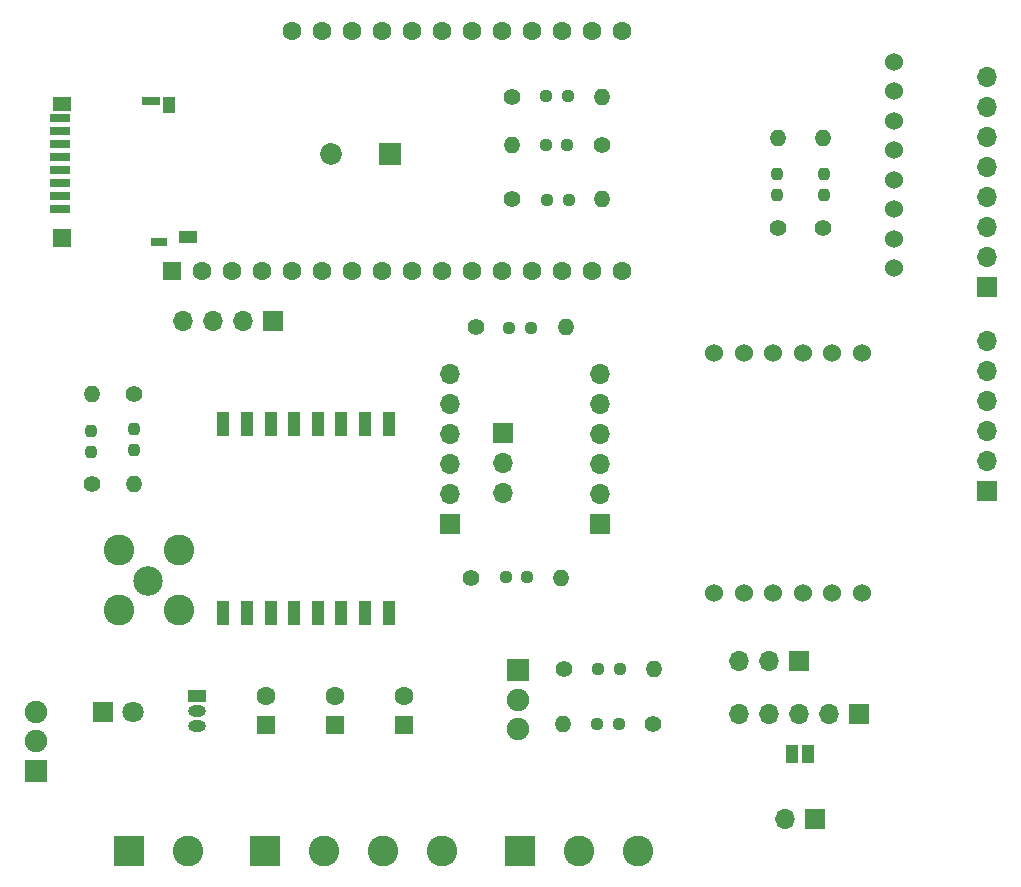
<source format=gbr>
%TF.GenerationSoftware,KiCad,Pcbnew,6.0.11-2627ca5db0~126~ubuntu22.04.1*%
%TF.CreationDate,2023-07-23T23:03:52-04:00*%
%TF.ProjectId,sweet-p,73776565-742d-4702-9e6b-696361645f70,rev?*%
%TF.SameCoordinates,Original*%
%TF.FileFunction,Copper,L1,Top*%
%TF.FilePolarity,Positive*%
%FSLAX46Y46*%
G04 Gerber Fmt 4.6, Leading zero omitted, Abs format (unit mm)*
G04 Created by KiCad (PCBNEW 6.0.11-2627ca5db0~126~ubuntu22.04.1) date 2023-07-23 23:03:52*
%MOMM*%
%LPD*%
G01*
G04 APERTURE LIST*
G04 Aperture macros list*
%AMRoundRect*
0 Rectangle with rounded corners*
0 $1 Rounding radius*
0 $2 $3 $4 $5 $6 $7 $8 $9 X,Y pos of 4 corners*
0 Add a 4 corners polygon primitive as box body*
4,1,4,$2,$3,$4,$5,$6,$7,$8,$9,$2,$3,0*
0 Add four circle primitives for the rounded corners*
1,1,$1+$1,$2,$3*
1,1,$1+$1,$4,$5*
1,1,$1+$1,$6,$7*
1,1,$1+$1,$8,$9*
0 Add four rect primitives between the rounded corners*
20,1,$1+$1,$2,$3,$4,$5,0*
20,1,$1+$1,$4,$5,$6,$7,0*
20,1,$1+$1,$6,$7,$8,$9,0*
20,1,$1+$1,$8,$9,$2,$3,0*%
G04 Aperture macros list end*
%TA.AperFunction,ComponentPad*%
%ADD10R,1.900000X1.900000*%
%TD*%
%TA.AperFunction,ComponentPad*%
%ADD11C,1.900000*%
%TD*%
%TA.AperFunction,ComponentPad*%
%ADD12C,1.400000*%
%TD*%
%TA.AperFunction,ComponentPad*%
%ADD13O,1.400000X1.400000*%
%TD*%
%TA.AperFunction,ComponentPad*%
%ADD14O,1.700000X1.700000*%
%TD*%
%TA.AperFunction,ComponentPad*%
%ADD15R,1.700000X1.700000*%
%TD*%
%TA.AperFunction,ComponentPad*%
%ADD16R,1.800000X1.800000*%
%TD*%
%TA.AperFunction,ComponentPad*%
%ADD17C,1.800000*%
%TD*%
%TA.AperFunction,ComponentPad*%
%ADD18C,1.524000*%
%TD*%
%TA.AperFunction,SMDPad,CuDef*%
%ADD19RoundRect,0.237500X-0.250000X-0.237500X0.250000X-0.237500X0.250000X0.237500X-0.250000X0.237500X0*%
%TD*%
%TA.AperFunction,ComponentPad*%
%ADD20R,1.500000X1.000000*%
%TD*%
%TA.AperFunction,ComponentPad*%
%ADD21O,1.500000X1.000000*%
%TD*%
%TA.AperFunction,SMDPad,CuDef*%
%ADD22RoundRect,0.237500X0.237500X-0.250000X0.237500X0.250000X-0.237500X0.250000X-0.237500X-0.250000X0*%
%TD*%
%TA.AperFunction,ComponentPad*%
%ADD23R,2.600000X2.600000*%
%TD*%
%TA.AperFunction,ComponentPad*%
%ADD24C,2.600000*%
%TD*%
%TA.AperFunction,ComponentPad*%
%ADD25C,2.500000*%
%TD*%
%TA.AperFunction,SMDPad,CuDef*%
%ADD26R,1.000000X1.500000*%
%TD*%
%TA.AperFunction,SMDPad,CuDef*%
%ADD27RoundRect,0.237500X-0.237500X0.250000X-0.237500X-0.250000X0.237500X-0.250000X0.237500X0.250000X0*%
%TD*%
%TA.AperFunction,ComponentPad*%
%ADD28R,1.600000X1.600000*%
%TD*%
%TA.AperFunction,ComponentPad*%
%ADD29C,1.600000*%
%TD*%
%TA.AperFunction,SMDPad,CuDef*%
%ADD30R,1.750000X0.700000*%
%TD*%
%TA.AperFunction,SMDPad,CuDef*%
%ADD31R,1.500000X1.300000*%
%TD*%
%TA.AperFunction,SMDPad,CuDef*%
%ADD32R,1.500000X0.800000*%
%TD*%
%TA.AperFunction,SMDPad,CuDef*%
%ADD33R,1.400000X0.800000*%
%TD*%
%TA.AperFunction,SMDPad,CuDef*%
%ADD34R,1.500000X1.500000*%
%TD*%
%TA.AperFunction,SMDPad,CuDef*%
%ADD35R,1.550000X1.000000*%
%TD*%
%TA.AperFunction,SMDPad,CuDef*%
%ADD36R,1.000000X1.450000*%
%TD*%
%TA.AperFunction,SMDPad,CuDef*%
%ADD37R,1.000000X2.000000*%
%TD*%
%TA.AperFunction,ComponentPad*%
%ADD38R,1.850000X1.850000*%
%TD*%
%TA.AperFunction,ComponentPad*%
%ADD39C,1.850000*%
%TD*%
%TA.AperFunction,SMDPad,CuDef*%
%ADD40RoundRect,0.237500X0.250000X0.237500X-0.250000X0.237500X-0.250000X-0.237500X0.250000X-0.237500X0*%
%TD*%
G04 APERTURE END LIST*
D10*
%TO.P,S2,1*%
%TO.N,Net-(C1-Pad1)*%
X28200000Y-85455000D03*
D11*
%TO.P,S2,2*%
%TO.N,VEXT*%
X28200000Y-82955000D03*
%TO.P,S2,3*%
%TO.N,unconnected-(S2-Pad3)*%
X28200000Y-80455000D03*
%TD*%
D12*
%TO.P,R15,1*%
%TO.N,Net-(R13-Pad2)*%
X65500000Y-47900000D03*
D13*
%TO.P,R15,2*%
%TO.N,GND*%
X73120000Y-47900000D03*
%TD*%
D14*
%TO.P,U1,5,DONE*%
%TO.N,DONE*%
X87740000Y-80700000D03*
%TO.P,U1,4,DRIVE*%
%TO.N,+3V3*%
X90280000Y-80700000D03*
%TO.P,U1,3,DELAY*%
%TO.N,Net-(J2-Pad1)*%
X92820000Y-80700000D03*
%TO.P,U1,2,GND*%
%TO.N,GND*%
X95360000Y-80700000D03*
D15*
%TO.P,U1,1,VDD*%
%TO.N,Net-(C2-Pad1)*%
X97900000Y-80700000D03*
%TD*%
D13*
%TO.P,R19,2*%
%TO.N,GND*%
X36575000Y-61185000D03*
D12*
%TO.P,R19,1*%
%TO.N,DONE*%
X36575000Y-53565000D03*
%TD*%
D16*
%TO.P,D1,1,K*%
%TO.N,GND*%
X33950000Y-80475000D03*
D17*
%TO.P,D1,2,A*%
%TO.N,Net-(D1-Pad2)*%
X36490000Y-80475000D03*
%TD*%
D18*
%TO.P,U6,1,GND*%
%TO.N,GND*%
X85650000Y-50112500D03*
%TO.P,U6,2,PPS*%
%TO.N,unconnected-(U6-Pad2)*%
X88150000Y-50112500D03*
%TO.P,U6,3,VIN*%
%TO.N,+3V3*%
X90650000Y-50112500D03*
%TO.P,U6,4,RXT*%
%TO.N,unconnected-(U6-Pad4)*%
X93150000Y-50112500D03*
%TO.P,U6,5,TXO*%
%TO.N,unconnected-(U6-Pad5)*%
X95650000Y-50112500D03*
%TO.P,U6,6,WAKE*%
%TO.N,unconnected-(U6-Pad6)*%
X98150000Y-50112500D03*
%TO.P,U6,7,RST*%
%TO.N,GPS_RST*%
X98150000Y-70432500D03*
%TO.P,U6,8,SDA*%
%TO.N,SDA*%
X95650000Y-70432500D03*
%TO.P,U6,9,SCL*%
%TO.N,SCL*%
X93150000Y-70432500D03*
%TO.P,U6,10,GND*%
%TO.N,GND*%
X90650000Y-70432500D03*
%TO.P,U6,11,3V*%
%TO.N,unconnected-(U6-Pad11)*%
X88150000Y-70432500D03*
%TO.P,U6,12,VIN*%
%TO.N,unconnected-(U6-Pad12)*%
X85650000Y-70432500D03*
%TD*%
D12*
%TO.P,R4,1*%
%TO.N,Net-(R3-Pad2)*%
X80455000Y-81550000D03*
D13*
%TO.P,R4,2*%
%TO.N,GND*%
X72835000Y-81550000D03*
%TD*%
D19*
%TO.P,R16,1*%
%TO.N,Net-(R13-Pad2)*%
X68287500Y-47950000D03*
%TO.P,R16,2*%
%TO.N,GND*%
X70112500Y-47950000D03*
%TD*%
D20*
%TO.P,U2,1,GND*%
%TO.N,GND*%
X41875000Y-79105000D03*
D21*
%TO.P,U2,2,VIN*%
%TO.N,Net-(C1-Pad1)*%
X41875000Y-80375000D03*
%TO.P,U2,3,VOUT*%
%TO.N,Net-(C2-Pad1)*%
X41875000Y-81645000D03*
%TD*%
D12*
%TO.P,R2,1*%
%TO.N,Net-(R1-Pad1)*%
X72950000Y-76875000D03*
D13*
%TO.P,R2,2*%
%TO.N,GND*%
X80570000Y-76875000D03*
%TD*%
%TO.P,R17,2*%
%TO.N,GND*%
X32950000Y-53565000D03*
D12*
%TO.P,R17,1*%
%TO.N,SAT_EN*%
X32950000Y-61185000D03*
%TD*%
D22*
%TO.P,R21,1*%
%TO.N,+3V3*%
X94925000Y-36747500D03*
%TO.P,R21,2*%
%TO.N,RTC_INT*%
X94925000Y-34922500D03*
%TD*%
D23*
%TO.P,J1,1,Pin_1*%
%TO.N,VEXT*%
X36075000Y-92225000D03*
D24*
%TO.P,J1,2,Pin_2*%
%TO.N,GND*%
X41075000Y-92225000D03*
%TD*%
D19*
%TO.P,R14,1*%
%TO.N,VEXT*%
X68000000Y-69075000D03*
%TO.P,R14,2*%
%TO.N,Net-(R13-Pad2)*%
X69825000Y-69075000D03*
%TD*%
D22*
%TO.P,R18,1*%
%TO.N,SAT_EN*%
X32900000Y-58497500D03*
%TO.P,R18,2*%
%TO.N,GND*%
X32900000Y-56672500D03*
%TD*%
D12*
%TO.P,R5,1*%
%TO.N,+3V3*%
X68550000Y-28400000D03*
D13*
%TO.P,R5,2*%
%TO.N,ONEWIRE*%
X76170000Y-28400000D03*
%TD*%
D24*
%TO.P,AE1,1,A*%
%TO.N,GND*%
X40365000Y-71890000D03*
X40365000Y-66810000D03*
X35285000Y-71890000D03*
X35285000Y-66810000D03*
D25*
%TO.P,AE1,2,Shield*%
%TO.N,Net-(AE1-Pad2)*%
X37725000Y-69425000D03*
%TD*%
D26*
%TO.P,JP2,1,A*%
%TO.N,Net-(C2-Pad1)*%
X93575000Y-84025000D03*
%TO.P,JP2,2,B*%
%TO.N,+3V3*%
X92275000Y-84025000D03*
%TD*%
D15*
%TO.P,J2,1,Pin_1*%
%TO.N,Net-(J2-Pad1)*%
X92800000Y-76150000D03*
D14*
%TO.P,J2,2,Pin_2*%
%TO.N,+3V3*%
X90260000Y-76150000D03*
%TO.P,J2,3,Pin_3*%
%TO.N,DONE*%
X87720000Y-76150000D03*
%TD*%
D27*
%TO.P,R20,1*%
%TO.N,DONE*%
X36575000Y-56502500D03*
%TO.P,R20,2*%
%TO.N,GND*%
X36575000Y-58327500D03*
%TD*%
D18*
%TO.P,U7,1,VIN*%
%TO.N,+3V3*%
X100885000Y-42925000D03*
%TO.P,U7,2,GND*%
%TO.N,GND*%
X100885000Y-40425000D03*
%TO.P,U7,3,SCL*%
%TO.N,SCL*%
X100885000Y-37925000D03*
%TO.P,U7,4,SDA*%
%TO.N,SDA*%
X100885000Y-35425000D03*
%TO.P,U7,5,VBAT*%
%TO.N,unconnected-(U7-Pad5)*%
X100885000Y-32925000D03*
%TO.P,U7,6,32K*%
%TO.N,unconnected-(U7-Pad6)*%
X100885000Y-30425000D03*
%TO.P,U7,7,SQW*%
%TO.N,RTC_INT*%
X100885000Y-27925000D03*
%TO.P,U7,8,RST*%
%TO.N,unconnected-(U7-Pad8)*%
X100885000Y-25425000D03*
%TD*%
D28*
%TO.P,C3,1*%
%TO.N,Net-(C2-Pad1)*%
X47698750Y-81603856D03*
D29*
%TO.P,C3,2*%
%TO.N,GND*%
X47698750Y-79103856D03*
%TD*%
D30*
%TO.P,J8,1,DAT2*%
%TO.N,unconnected-(J8-Pad1)*%
X30275000Y-37900000D03*
%TO.P,J8,2,DAT3/CD*%
%TO.N,SD_CS*%
X30275000Y-36800000D03*
%TO.P,J8,3,CMD*%
%TO.N,MOSI*%
X30275000Y-35700000D03*
%TO.P,J8,4,VDD*%
%TO.N,+3V3*%
X30275000Y-34600000D03*
%TO.P,J8,5,CLK*%
%TO.N,SCK*%
X30275000Y-33500000D03*
%TO.P,J8,6,VSS*%
%TO.N,GND*%
X30275000Y-32400000D03*
%TO.P,J8,7,DAT0*%
%TO.N,MISO*%
X30275000Y-31300000D03*
%TO.P,J8,8,DAT1*%
%TO.N,unconnected-(J8-Pad8)*%
X30275000Y-30200000D03*
D31*
%TO.P,J8,9,SHIELD*%
%TO.N,unconnected-(J8-Pad9)*%
X30400000Y-29000000D03*
D32*
%TO.P,J8,10*%
%TO.N,N/C*%
X38000000Y-28750000D03*
D33*
%TO.P,J8,11*%
X38650000Y-40700000D03*
D34*
%TO.P,J8,12*%
X30400000Y-40350000D03*
D35*
%TO.P,J8,A*%
X41075000Y-40300000D03*
D36*
%TO.P,J8,B*%
X39500000Y-29075000D03*
%TD*%
D37*
%TO.P,U5,1,GND*%
%TO.N,GND*%
X58100000Y-56125000D03*
%TO.P,U5,2,MISO*%
%TO.N,MISO*%
X56100000Y-56125000D03*
%TO.P,U5,3,MOSI*%
%TO.N,MOSI*%
X54100000Y-56125000D03*
%TO.P,U5,4,SCK*%
%TO.N,SCK*%
X52100000Y-56125000D03*
%TO.P,U5,5,NSS*%
%TO.N,LORA_CS*%
X50100000Y-56125000D03*
%TO.P,U5,6,RESET*%
%TO.N,LORA_RST*%
X48100000Y-56125000D03*
%TO.P,U5,7,DIO5*%
%TO.N,unconnected-(U5-Pad7)*%
X46100000Y-56125000D03*
%TO.P,U5,8,GND*%
%TO.N,GND*%
X44100000Y-56125000D03*
%TO.P,U5,9,ANT*%
%TO.N,Net-(AE1-Pad2)*%
X44100000Y-72125000D03*
%TO.P,U5,10,GND*%
%TO.N,GND*%
X46100000Y-72125000D03*
%TO.P,U5,11,DIO3*%
%TO.N,unconnected-(U5-Pad11)*%
X48100000Y-72125000D03*
%TO.P,U5,12,DIO4*%
%TO.N,unconnected-(U5-Pad12)*%
X50100000Y-72125000D03*
%TO.P,U5,13,3.3V*%
%TO.N,+3V3*%
X52100000Y-72125000D03*
%TO.P,U5,14,DIO0*%
%TO.N,unconnected-(U5-Pad14)*%
X54100000Y-72125000D03*
%TO.P,U5,15,DIO1*%
%TO.N,unconnected-(U5-Pad15)*%
X56100000Y-72125000D03*
%TO.P,U5,16,DIO2*%
%TO.N,unconnected-(U5-Pad16)*%
X58100000Y-72125000D03*
%TD*%
D38*
%TO.P,BZ1,1*%
%TO.N,BUZZER*%
X58175000Y-33225000D03*
D39*
%TO.P,BZ1,2*%
%TO.N,GND*%
X53175000Y-33225000D03*
%TD*%
D12*
%TO.P,R13,1*%
%TO.N,VEXT*%
X65102500Y-69125000D03*
D13*
%TO.P,R13,2*%
%TO.N,Net-(R13-Pad2)*%
X72722500Y-69125000D03*
%TD*%
D19*
%TO.P,R1,1*%
%TO.N,Net-(R1-Pad1)*%
X75847500Y-76875000D03*
%TO.P,R1,2*%
%TO.N,GND*%
X77672500Y-76875000D03*
%TD*%
D15*
%TO.P,U3,1,VIN*%
%TO.N,+3V3*%
X76012500Y-64597500D03*
D14*
%TO.P,U3,2,GND*%
%TO.N,GND*%
X76012500Y-62057500D03*
%TO.P,U3,3,SCL*%
%TO.N,SCL*%
X76012500Y-59517500D03*
%TO.P,U3,4,SDA*%
%TO.N,SDA*%
X76012500Y-56977500D03*
%TO.P,U3,5,ADDR*%
%TO.N,unconnected-(U3-Pad5)*%
X76012500Y-54437500D03*
%TO.P,U3,6,ALRT*%
%TO.N,unconnected-(U3-Pad6)*%
X76012500Y-51897500D03*
D15*
%TO.P,U3,7,A+*%
%TO.N,unconnected-(U3-Pad7)*%
X63272500Y-64580000D03*
D14*
%TO.P,U3,8,A3*%
%TO.N,ADS_3*%
X63272500Y-62040000D03*
%TO.P,U3,9,A2*%
%TO.N,ADS_2*%
X63272500Y-59500000D03*
%TO.P,U3,10,A1*%
%TO.N,ADS_1*%
X63272500Y-56960000D03*
%TO.P,U3,11,A0*%
%TO.N,Net-(R13-Pad2)*%
X63272500Y-54420000D03*
%TO.P,U3,12,A-*%
%TO.N,unconnected-(U3-Pad12)*%
X63272500Y-51880000D03*
%TD*%
D15*
%TO.P,JP1,1,A*%
%TO.N,Net-(C2-Pad1)*%
X94175000Y-89550000D03*
D14*
%TO.P,JP1,2,B*%
%TO.N,+3V3*%
X91635000Y-89550000D03*
%TD*%
D12*
%TO.P,R7,1*%
%TO.N,LED*%
X91075000Y-39535000D03*
D13*
%TO.P,R7,2*%
%TO.N,Net-(D1-Pad2)*%
X91075000Y-31915000D03*
%TD*%
D12*
%TO.P,R12,1*%
%TO.N,+3V3*%
X68550000Y-37100000D03*
D13*
%TO.P,R12,2*%
%TO.N,SCL*%
X76170000Y-37100000D03*
%TD*%
D23*
%TO.P,J3,1,Pin_1*%
%TO.N,+3V3*%
X69225000Y-92225000D03*
D24*
%TO.P,J3,2,Pin_2*%
%TO.N,ONEWIRE*%
X74225000Y-92225000D03*
%TO.P,J3,3,Pin_3*%
%TO.N,GND*%
X79225000Y-92225000D03*
%TD*%
D12*
%TO.P,R22,1*%
%TO.N,+3V3*%
X94875000Y-39535000D03*
D13*
%TO.P,R22,2*%
%TO.N,RTC_INT*%
X94875000Y-31915000D03*
%TD*%
D19*
%TO.P,R6,1*%
%TO.N,+3V3*%
X71457500Y-28375000D03*
%TO.P,R6,2*%
%TO.N,ONEWIRE*%
X73282500Y-28375000D03*
%TD*%
D28*
%TO.P,C2,1*%
%TO.N,Net-(C2-Pad1)*%
X59406250Y-81603856D03*
D29*
%TO.P,C2,2*%
%TO.N,GND*%
X59406250Y-79103856D03*
%TD*%
D23*
%TO.P,J7,1,Pin_1*%
%TO.N,GND*%
X47650000Y-92225000D03*
D24*
%TO.P,J7,2,Pin_2*%
%TO.N,+3V3*%
X52650000Y-92225000D03*
%TO.P,J7,3,Pin_3*%
%TO.N,RX*%
X57650000Y-92225000D03*
%TO.P,J7,4,Pin_4*%
%TO.N,TX*%
X62650000Y-92225000D03*
%TD*%
D12*
%TO.P,R9,1*%
%TO.N,+3V3*%
X76170000Y-32500000D03*
D13*
%TO.P,R9,2*%
%TO.N,SDA*%
X68550000Y-32500000D03*
%TD*%
D19*
%TO.P,R10,1*%
%TO.N,+3V3*%
X71382500Y-32475000D03*
%TO.P,R10,2*%
%TO.N,SDA*%
X73207500Y-32475000D03*
%TD*%
D15*
%TO.P,J4,1,Pin_1*%
%TO.N,GND*%
X108725000Y-44550000D03*
D14*
%TO.P,J4,2,Pin_2*%
%TO.N,unconnected-(J4-Pad2)*%
X108725000Y-42010000D03*
%TO.P,J4,3,Pin_3*%
%TO.N,unconnected-(J4-Pad3)*%
X108725000Y-39470000D03*
%TO.P,J4,4,Pin_4*%
%TO.N,unconnected-(J4-Pad4)*%
X108725000Y-36930000D03*
%TO.P,J4,5,Pin_5*%
%TO.N,unconnected-(J4-Pad5)*%
X108725000Y-34390000D03*
%TO.P,J4,6,Pin_6*%
%TO.N,SAT_EN*%
X108725000Y-31850000D03*
%TO.P,J4,7,Pin_7*%
%TO.N,VEXT*%
X108725000Y-29310000D03*
%TO.P,J4,8,Pin_8*%
%TO.N,GND*%
X108725000Y-26770000D03*
%TD*%
D19*
%TO.P,R3,1*%
%TO.N,GND*%
X75745000Y-81550000D03*
%TO.P,R3,2*%
%TO.N,Net-(R3-Pad2)*%
X77570000Y-81550000D03*
%TD*%
D10*
%TO.P,S1,1*%
%TO.N,Net-(R1-Pad1)*%
X69025000Y-76945000D03*
D11*
%TO.P,S1,2*%
%TO.N,Net-(J2-Pad1)*%
X69025000Y-79445000D03*
%TO.P,S1,3*%
%TO.N,Net-(R3-Pad2)*%
X69025000Y-81945000D03*
%TD*%
D22*
%TO.P,R8,1*%
%TO.N,LED*%
X90975000Y-36747500D03*
%TO.P,R8,2*%
%TO.N,Net-(D1-Pad2)*%
X90975000Y-34922500D03*
%TD*%
D40*
%TO.P,R11,1*%
%TO.N,+3V3*%
X73357500Y-37125000D03*
%TO.P,R11,2*%
%TO.N,SCL*%
X71532500Y-37125000D03*
%TD*%
D14*
%TO.P,U4,1,GND*%
%TO.N,GND*%
X40655000Y-47375000D03*
%TO.P,U4,2,3V3*%
%TO.N,+3V3*%
X43195000Y-47375000D03*
%TO.P,U4,3,SCL*%
%TO.N,SCL*%
X45735000Y-47375000D03*
D15*
%TO.P,U4,4,SDA*%
%TO.N,SDA*%
X48275000Y-47375000D03*
%TD*%
D28*
%TO.P,C1,1*%
%TO.N,Net-(C1-Pad1)*%
X53552500Y-81603856D03*
D29*
%TO.P,C1,2*%
%TO.N,GND*%
X53552500Y-79103856D03*
%TD*%
D15*
%TO.P,J5,1,Pin_1*%
%TO.N,ADS_1*%
X67737500Y-56900000D03*
D14*
%TO.P,J5,2,Pin_2*%
%TO.N,ADS_2*%
X67737500Y-59440000D03*
%TO.P,J5,3,Pin_3*%
%TO.N,ADS_3*%
X67737500Y-61980000D03*
%TD*%
D15*
%TO.P,J6,1,Pin_1*%
%TO.N,unconnected-(J6-Pad1)*%
X108725000Y-61750000D03*
D14*
%TO.P,J6,2,Pin_2*%
%TO.N,RX2*%
X108725000Y-59210000D03*
%TO.P,J6,3,Pin_3*%
%TO.N,TX2*%
X108725000Y-56670000D03*
%TO.P,J6,4,Pin_4*%
%TO.N,+3V3*%
X108725000Y-54130000D03*
%TO.P,J6,5,Pin_5*%
%TO.N,unconnected-(J6-Pad5)*%
X108725000Y-51590000D03*
%TO.P,J6,6,Pin_6*%
%TO.N,GND*%
X108725000Y-49050000D03*
%TD*%
D28*
%TO.P,A1,1,~{RESET}*%
%TO.N,unconnected-(A1-Pad1)*%
X39750000Y-43127500D03*
D29*
%TO.P,A1,2,3V3*%
%TO.N,+3V3*%
X42290000Y-43127500D03*
%TO.P,A1,3,AREF*%
%TO.N,unconnected-(A1-Pad3)*%
X44830000Y-43127500D03*
%TO.P,A1,4,GND*%
%TO.N,GND*%
X47370000Y-43127500D03*
%TO.P,A1,5,DAC0/A0*%
%TO.N,A0*%
X49910000Y-43127500D03*
%TO.P,A1,6,A1*%
%TO.N,SAT_EN*%
X52450000Y-43127500D03*
%TO.P,A1,7,A2*%
%TO.N,GPS_RST*%
X54990000Y-43127500D03*
%TO.P,A1,8,A3*%
%TO.N,DONE*%
X57530000Y-43127500D03*
%TO.P,A1,9,A4*%
%TO.N,RTC_INT*%
X60070000Y-43127500D03*
%TO.P,A1,10,A5*%
%TO.N,BUZZER*%
X62610000Y-43127500D03*
%TO.P,A1,11,SCK/D24*%
%TO.N,SCK*%
X65150000Y-43127500D03*
%TO.P,A1,12,MOSI/D23*%
%TO.N,MOSI*%
X67690000Y-43127500D03*
%TO.P,A1,13,MISO/D22*%
%TO.N,MISO*%
X70230000Y-43127500D03*
%TO.P,A1,14,RX/D0*%
%TO.N,RX*%
X72770000Y-43127500D03*
%TO.P,A1,15,TX/D1*%
%TO.N,TX*%
X75310000Y-43127500D03*
%TO.P,A1,16,GND*%
%TO.N,GND*%
X77850000Y-43127500D03*
%TO.P,A1,17,SDA/D20*%
%TO.N,SDA*%
X77850000Y-22807500D03*
%TO.P,A1,18,SCL/D21*%
%TO.N,SCL*%
X75310000Y-22807500D03*
%TO.P,A1,19,D5*%
%TO.N,ONEWIRE*%
X72770000Y-22807500D03*
%TO.P,A1,20,D6*%
%TO.N,LORA_CS*%
X70230000Y-22807500D03*
%TO.P,A1,21,D9*%
%TO.N,LORA_RST*%
X67690000Y-22807500D03*
%TO.P,A1,22,D10*%
%TO.N,SD_CS*%
X65150000Y-22807500D03*
%TO.P,A1,23,D11*%
%TO.N,RX2*%
X62610000Y-22807500D03*
%TO.P,A1,24,D12*%
%TO.N,TX2*%
X60070000Y-22807500D03*
%TO.P,A1,25,D13*%
%TO.N,LED*%
X57530000Y-22807500D03*
%TO.P,A1,26,USB*%
%TO.N,unconnected-(A1-Pad26)*%
X54990000Y-22807500D03*
%TO.P,A1,27,EN*%
%TO.N,EN*%
X52450000Y-22807500D03*
%TO.P,A1,28,VBAT*%
%TO.N,unconnected-(A1-Pad28)*%
X49910000Y-22807500D03*
%TD*%
M02*

</source>
